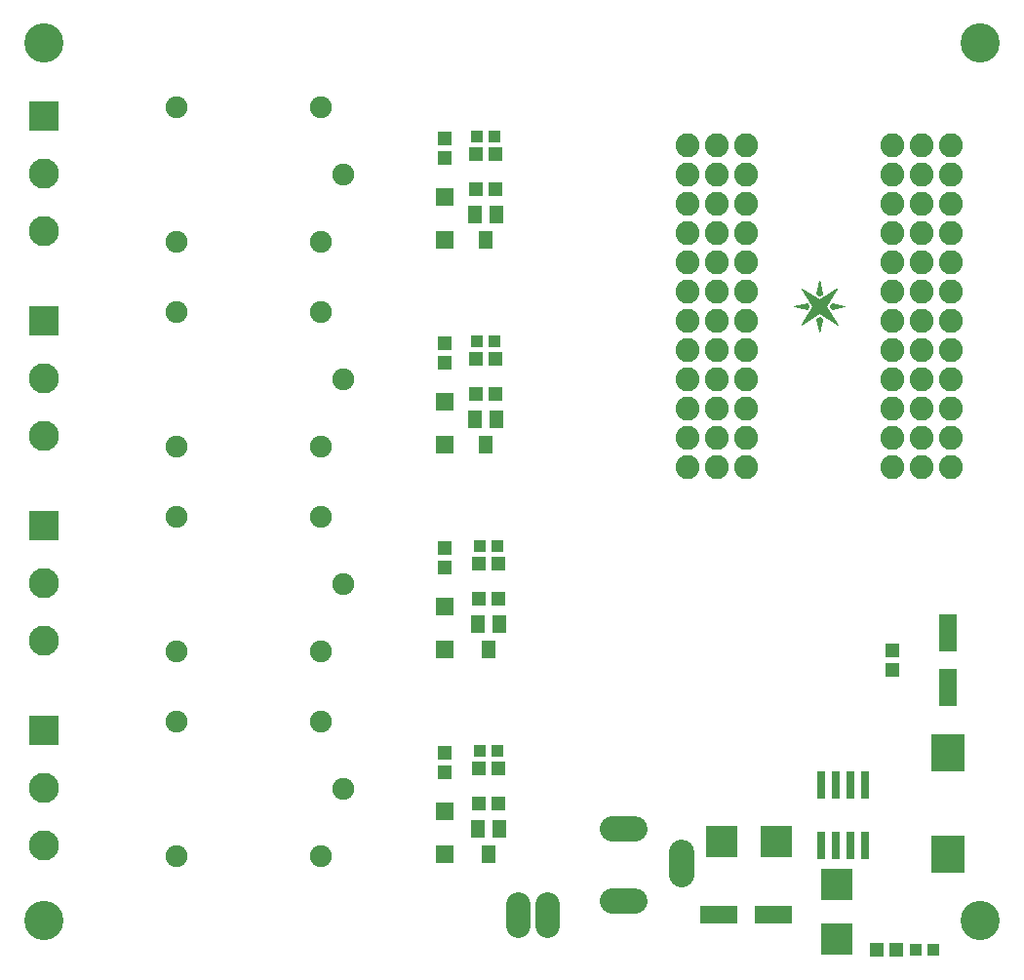
<source format=gts>
G75*
G70*
%OFA0B0*%
%FSLAX24Y24*%
%IPPOS*%
%LPD*%
%AMOC8*
5,1,8,0,0,1.08239X$1,22.5*
%
%ADD10C,0.1340*%
%ADD11C,0.0010*%
%ADD12C,0.0753*%
%ADD13R,0.1030X0.1030*%
%ADD14C,0.1030*%
%ADD15R,0.0395X0.0395*%
%ADD16R,0.0474X0.0513*%
%ADD17R,0.0513X0.0474*%
%ADD18C,0.0820*%
%ADD19C,0.0820*%
%ADD20C,0.0867*%
%ADD21R,0.0474X0.0631*%
%ADD22R,0.0631X0.0631*%
%ADD23R,0.1261X0.0631*%
%ADD24R,0.0631X0.1261*%
%ADD25R,0.1080X0.1080*%
%ADD26R,0.1182X0.1261*%
%ADD27R,0.0316X0.0946*%
D10*
X005833Y006393D03*
X005833Y036393D03*
X037833Y036393D03*
X037833Y006393D03*
D11*
X032333Y026513D02*
X032433Y026953D01*
X032333Y027023D01*
X032233Y026953D01*
X032333Y026513D01*
X032332Y026518D02*
X032334Y026518D01*
X032330Y026526D02*
X032336Y026526D01*
X032338Y026535D02*
X032328Y026535D01*
X032326Y026543D02*
X032340Y026543D01*
X032342Y026552D02*
X032324Y026552D01*
X032322Y026560D02*
X032344Y026560D01*
X032346Y026569D02*
X032320Y026569D01*
X032318Y026577D02*
X032348Y026577D01*
X032349Y026586D02*
X032316Y026586D01*
X032315Y026594D02*
X032351Y026594D01*
X032353Y026603D02*
X032313Y026603D01*
X032311Y026611D02*
X032355Y026611D01*
X032357Y026620D02*
X032309Y026620D01*
X032307Y026628D02*
X032359Y026628D01*
X032361Y026637D02*
X032305Y026637D01*
X032303Y026645D02*
X032363Y026645D01*
X032365Y026654D02*
X032301Y026654D01*
X032299Y026662D02*
X032367Y026662D01*
X032369Y026671D02*
X032297Y026671D01*
X032295Y026679D02*
X032371Y026679D01*
X032373Y026688D02*
X032293Y026688D01*
X032291Y026696D02*
X032375Y026696D01*
X032376Y026705D02*
X032289Y026705D01*
X032287Y026713D02*
X032378Y026713D01*
X032380Y026722D02*
X032286Y026722D01*
X032284Y026730D02*
X032382Y026730D01*
X032384Y026739D02*
X032282Y026739D01*
X032280Y026747D02*
X032386Y026747D01*
X032388Y026756D02*
X032278Y026756D01*
X032276Y026764D02*
X032390Y026764D01*
X032392Y026773D02*
X032274Y026773D01*
X032272Y026781D02*
X032394Y026781D01*
X032396Y026790D02*
X032270Y026790D01*
X032268Y026798D02*
X032398Y026798D01*
X032400Y026807D02*
X032266Y026807D01*
X032264Y026815D02*
X032402Y026815D01*
X032404Y026824D02*
X032262Y026824D01*
X032260Y026832D02*
X032405Y026832D01*
X032407Y026841D02*
X032258Y026841D01*
X032257Y026849D02*
X032409Y026849D01*
X032411Y026858D02*
X032255Y026858D01*
X032253Y026866D02*
X032413Y026866D01*
X032415Y026875D02*
X032251Y026875D01*
X032249Y026883D02*
X032417Y026883D01*
X032419Y026892D02*
X032247Y026892D01*
X032245Y026900D02*
X032421Y026900D01*
X032423Y026909D02*
X032243Y026909D01*
X032241Y026917D02*
X032425Y026917D01*
X032427Y026926D02*
X032239Y026926D01*
X032237Y026934D02*
X032429Y026934D01*
X032431Y026943D02*
X032235Y026943D01*
X032233Y026951D02*
X032433Y026951D01*
X032423Y026960D02*
X032242Y026960D01*
X032255Y026968D02*
X032411Y026968D01*
X032399Y026977D02*
X032267Y026977D01*
X032279Y026985D02*
X032387Y026985D01*
X032375Y026994D02*
X032291Y026994D01*
X032303Y027002D02*
X032363Y027002D01*
X032351Y027011D02*
X032315Y027011D01*
X032327Y027019D02*
X032338Y027019D01*
X032411Y027121D02*
X032726Y027121D01*
X032731Y027113D02*
X032424Y027113D01*
X032437Y027104D02*
X032736Y027104D01*
X032742Y027096D02*
X032450Y027096D01*
X032463Y027087D02*
X032747Y027087D01*
X032753Y027079D02*
X032476Y027079D01*
X032488Y027070D02*
X032758Y027070D01*
X032763Y027062D02*
X032501Y027062D01*
X032514Y027053D02*
X032769Y027053D01*
X032774Y027045D02*
X032527Y027045D01*
X032540Y027036D02*
X032780Y027036D01*
X032785Y027028D02*
X032553Y027028D01*
X032566Y027019D02*
X032790Y027019D01*
X032796Y027011D02*
X032578Y027011D01*
X032591Y027002D02*
X032801Y027002D01*
X032807Y026994D02*
X032604Y026994D01*
X032617Y026985D02*
X032812Y026985D01*
X032817Y026977D02*
X032630Y026977D01*
X032643Y026968D02*
X032823Y026968D01*
X032828Y026960D02*
X032656Y026960D01*
X032668Y026951D02*
X032833Y026951D01*
X032839Y026943D02*
X032681Y026943D01*
X032694Y026934D02*
X032844Y026934D01*
X032850Y026926D02*
X032707Y026926D01*
X032720Y026917D02*
X032855Y026917D01*
X032860Y026909D02*
X032733Y026909D01*
X032746Y026900D02*
X032866Y026900D01*
X032871Y026892D02*
X032758Y026892D01*
X032771Y026883D02*
X032877Y026883D01*
X032882Y026875D02*
X032784Y026875D01*
X032797Y026866D02*
X032887Y026866D01*
X032893Y026858D02*
X032810Y026858D01*
X032823Y026849D02*
X032898Y026849D01*
X032904Y026841D02*
X032836Y026841D01*
X032848Y026832D02*
X032909Y026832D01*
X032914Y026824D02*
X032861Y026824D01*
X032874Y026815D02*
X032920Y026815D01*
X032925Y026807D02*
X032887Y026807D01*
X032900Y026798D02*
X032931Y026798D01*
X032936Y026790D02*
X032913Y026790D01*
X032926Y026781D02*
X032941Y026781D01*
X032938Y026773D02*
X032947Y026773D01*
X032951Y026764D02*
X032952Y026764D01*
X032953Y026763D02*
X032553Y027393D01*
X032933Y028003D01*
X032333Y027613D01*
X031723Y027993D01*
X032103Y027393D01*
X031723Y026773D01*
X032333Y027173D01*
X032953Y026763D01*
X032720Y027130D02*
X032399Y027130D01*
X032386Y027138D02*
X032715Y027138D01*
X032709Y027147D02*
X032373Y027147D01*
X032360Y027155D02*
X032704Y027155D01*
X032699Y027164D02*
X032347Y027164D01*
X032334Y027172D02*
X032693Y027172D01*
X032688Y027181D02*
X031973Y027181D01*
X031978Y027189D02*
X032682Y027189D01*
X032677Y027198D02*
X031983Y027198D01*
X031988Y027206D02*
X032672Y027206D01*
X032666Y027215D02*
X031994Y027215D01*
X031999Y027223D02*
X032661Y027223D01*
X032655Y027232D02*
X032004Y027232D01*
X032009Y027240D02*
X032650Y027240D01*
X032645Y027249D02*
X032014Y027249D01*
X032020Y027257D02*
X032639Y027257D01*
X032634Y027266D02*
X032025Y027266D01*
X032030Y027274D02*
X032628Y027274D01*
X032623Y027283D02*
X032035Y027283D01*
X032041Y027291D02*
X032618Y027291D01*
X032612Y027300D02*
X032046Y027300D01*
X032051Y027308D02*
X032607Y027308D01*
X032601Y027317D02*
X032056Y027317D01*
X032061Y027325D02*
X032596Y027325D01*
X032591Y027334D02*
X032067Y027334D01*
X032072Y027342D02*
X032585Y027342D01*
X032580Y027351D02*
X032077Y027351D01*
X032082Y027359D02*
X032574Y027359D01*
X032569Y027368D02*
X032087Y027368D01*
X032093Y027376D02*
X032564Y027376D01*
X032558Y027385D02*
X032098Y027385D01*
X032103Y027393D02*
X032553Y027393D01*
X032558Y027402D02*
X032097Y027402D01*
X032092Y027410D02*
X032564Y027410D01*
X032569Y027419D02*
X032087Y027419D01*
X032081Y027427D02*
X032574Y027427D01*
X032580Y027436D02*
X032076Y027436D01*
X032071Y027444D02*
X032585Y027444D01*
X032590Y027453D02*
X032065Y027453D01*
X032060Y027461D02*
X032595Y027461D01*
X032601Y027470D02*
X032054Y027470D01*
X032049Y027478D02*
X032606Y027478D01*
X032611Y027487D02*
X032044Y027487D01*
X032038Y027495D02*
X032617Y027495D01*
X032622Y027504D02*
X032033Y027504D01*
X032027Y027512D02*
X032627Y027512D01*
X032632Y027521D02*
X032022Y027521D01*
X032017Y027529D02*
X032638Y027529D01*
X032643Y027538D02*
X032011Y027538D01*
X032006Y027546D02*
X032648Y027546D01*
X032654Y027555D02*
X032001Y027555D01*
X031995Y027563D02*
X032659Y027563D01*
X032664Y027572D02*
X031990Y027572D01*
X031984Y027580D02*
X032670Y027580D01*
X032675Y027589D02*
X031979Y027589D01*
X031974Y027597D02*
X032680Y027597D01*
X032685Y027606D02*
X031968Y027606D01*
X031963Y027614D02*
X032331Y027614D01*
X032335Y027614D02*
X032691Y027614D01*
X032696Y027623D02*
X032348Y027623D01*
X032361Y027631D02*
X032701Y027631D01*
X032707Y027640D02*
X032374Y027640D01*
X032387Y027648D02*
X032712Y027648D01*
X032717Y027657D02*
X032400Y027657D01*
X032413Y027665D02*
X032722Y027665D01*
X032728Y027674D02*
X032426Y027674D01*
X032439Y027682D02*
X032733Y027682D01*
X032738Y027691D02*
X032452Y027691D01*
X032465Y027699D02*
X032744Y027699D01*
X032749Y027708D02*
X032479Y027708D01*
X032492Y027716D02*
X032754Y027716D01*
X032760Y027725D02*
X032505Y027725D01*
X032518Y027733D02*
X032765Y027733D01*
X032770Y027742D02*
X032531Y027742D01*
X032544Y027750D02*
X032775Y027750D01*
X032781Y027759D02*
X032557Y027759D01*
X032570Y027767D02*
X032786Y027767D01*
X032791Y027776D02*
X032583Y027776D01*
X032596Y027784D02*
X032797Y027784D01*
X032802Y027793D02*
X032609Y027793D01*
X032622Y027801D02*
X032807Y027801D01*
X032813Y027810D02*
X032635Y027810D01*
X032649Y027818D02*
X032818Y027818D01*
X032823Y027827D02*
X032662Y027827D01*
X032675Y027835D02*
X032828Y027835D01*
X032834Y027844D02*
X032688Y027844D01*
X032701Y027852D02*
X032839Y027852D01*
X032844Y027861D02*
X032714Y027861D01*
X032727Y027869D02*
X032850Y027869D01*
X032855Y027878D02*
X032740Y027878D01*
X032753Y027886D02*
X032860Y027886D01*
X032865Y027895D02*
X032766Y027895D01*
X032779Y027903D02*
X032871Y027903D01*
X032876Y027912D02*
X032792Y027912D01*
X032806Y027920D02*
X032881Y027920D01*
X032887Y027929D02*
X032819Y027929D01*
X032832Y027937D02*
X032892Y027937D01*
X032897Y027946D02*
X032845Y027946D01*
X032858Y027954D02*
X032903Y027954D01*
X032908Y027963D02*
X032871Y027963D01*
X032884Y027971D02*
X032913Y027971D01*
X032918Y027980D02*
X032897Y027980D01*
X032910Y027988D02*
X032924Y027988D01*
X032923Y027997D02*
X032929Y027997D01*
X032417Y027886D02*
X032249Y027886D01*
X032247Y027878D02*
X032419Y027878D01*
X032421Y027869D02*
X032245Y027869D01*
X032243Y027861D02*
X032423Y027861D01*
X032424Y027852D02*
X032241Y027852D01*
X032240Y027844D02*
X032426Y027844D01*
X032428Y027835D02*
X032238Y027835D01*
X032236Y027827D02*
X032430Y027827D01*
X032432Y027818D02*
X032234Y027818D01*
X032233Y027813D02*
X032333Y027753D01*
X032433Y027813D01*
X032333Y028273D01*
X032233Y027813D01*
X032239Y027810D02*
X032427Y027810D01*
X032413Y027801D02*
X032253Y027801D01*
X032267Y027793D02*
X032399Y027793D01*
X032385Y027784D02*
X032281Y027784D01*
X032295Y027776D02*
X032371Y027776D01*
X032357Y027767D02*
X032309Y027767D01*
X032324Y027759D02*
X032342Y027759D01*
X032277Y027648D02*
X031941Y027648D01*
X031947Y027640D02*
X032290Y027640D01*
X032304Y027631D02*
X031952Y027631D01*
X031957Y027623D02*
X032317Y027623D01*
X032263Y027657D02*
X031936Y027657D01*
X031931Y027665D02*
X032249Y027665D01*
X032236Y027674D02*
X031925Y027674D01*
X031920Y027682D02*
X032222Y027682D01*
X032208Y027691D02*
X031914Y027691D01*
X031909Y027699D02*
X032195Y027699D01*
X032181Y027708D02*
X031904Y027708D01*
X031898Y027716D02*
X032167Y027716D01*
X032154Y027725D02*
X031893Y027725D01*
X031888Y027733D02*
X032140Y027733D01*
X032126Y027742D02*
X031882Y027742D01*
X031877Y027750D02*
X032113Y027750D01*
X032099Y027759D02*
X031871Y027759D01*
X031866Y027767D02*
X032085Y027767D01*
X032072Y027776D02*
X031861Y027776D01*
X031855Y027784D02*
X032058Y027784D01*
X032045Y027793D02*
X031850Y027793D01*
X031844Y027801D02*
X032031Y027801D01*
X032017Y027810D02*
X031839Y027810D01*
X031834Y027818D02*
X032004Y027818D01*
X031990Y027827D02*
X031828Y027827D01*
X031823Y027835D02*
X031976Y027835D01*
X031963Y027844D02*
X031818Y027844D01*
X031812Y027852D02*
X031949Y027852D01*
X031935Y027861D02*
X031807Y027861D01*
X031801Y027869D02*
X031922Y027869D01*
X031908Y027878D02*
X031796Y027878D01*
X031791Y027886D02*
X031894Y027886D01*
X031881Y027895D02*
X031785Y027895D01*
X031780Y027903D02*
X031867Y027903D01*
X031854Y027912D02*
X031774Y027912D01*
X031769Y027920D02*
X031840Y027920D01*
X031826Y027929D02*
X031764Y027929D01*
X031758Y027937D02*
X031813Y027937D01*
X031799Y027946D02*
X031753Y027946D01*
X031748Y027954D02*
X031785Y027954D01*
X031772Y027963D02*
X031742Y027963D01*
X031737Y027971D02*
X031758Y027971D01*
X031744Y027980D02*
X031731Y027980D01*
X031731Y027988D02*
X031726Y027988D01*
X032251Y027895D02*
X032415Y027895D01*
X032413Y027903D02*
X032253Y027903D01*
X032254Y027912D02*
X032411Y027912D01*
X032410Y027920D02*
X032256Y027920D01*
X032258Y027929D02*
X032408Y027929D01*
X032406Y027937D02*
X032260Y027937D01*
X032262Y027946D02*
X032404Y027946D01*
X032402Y027954D02*
X032264Y027954D01*
X032265Y027963D02*
X032400Y027963D01*
X032399Y027971D02*
X032267Y027971D01*
X032269Y027980D02*
X032397Y027980D01*
X032395Y027988D02*
X032271Y027988D01*
X032273Y027997D02*
X032393Y027997D01*
X032391Y028005D02*
X032275Y028005D01*
X032277Y028014D02*
X032389Y028014D01*
X032387Y028022D02*
X032278Y028022D01*
X032280Y028031D02*
X032386Y028031D01*
X032384Y028039D02*
X032282Y028039D01*
X032284Y028048D02*
X032382Y028048D01*
X032380Y028056D02*
X032286Y028056D01*
X032288Y028065D02*
X032378Y028065D01*
X032376Y028073D02*
X032289Y028073D01*
X032291Y028082D02*
X032375Y028082D01*
X032373Y028090D02*
X032293Y028090D01*
X032295Y028099D02*
X032371Y028099D01*
X032369Y028107D02*
X032297Y028107D01*
X032299Y028116D02*
X032367Y028116D01*
X032365Y028124D02*
X032301Y028124D01*
X032302Y028133D02*
X032363Y028133D01*
X032362Y028141D02*
X032304Y028141D01*
X032306Y028150D02*
X032360Y028150D01*
X032358Y028158D02*
X032308Y028158D01*
X032310Y028167D02*
X032356Y028167D01*
X032354Y028175D02*
X032312Y028175D01*
X032314Y028184D02*
X032352Y028184D01*
X032351Y028192D02*
X032315Y028192D01*
X032317Y028201D02*
X032349Y028201D01*
X032347Y028209D02*
X032319Y028209D01*
X032321Y028218D02*
X032345Y028218D01*
X032343Y028226D02*
X032323Y028226D01*
X032325Y028235D02*
X032341Y028235D01*
X032339Y028243D02*
X032326Y028243D01*
X032328Y028252D02*
X032338Y028252D01*
X032336Y028260D02*
X032330Y028260D01*
X032332Y028269D02*
X032334Y028269D01*
X032753Y027483D02*
X033193Y027393D01*
X032753Y027303D01*
X032693Y027393D01*
X032753Y027483D01*
X032750Y027478D02*
X032777Y027478D01*
X032744Y027470D02*
X032818Y027470D01*
X032860Y027461D02*
X032738Y027461D01*
X032733Y027453D02*
X032901Y027453D01*
X032943Y027444D02*
X032727Y027444D01*
X032721Y027436D02*
X032984Y027436D01*
X033026Y027427D02*
X032716Y027427D01*
X032710Y027419D02*
X033068Y027419D01*
X033109Y027410D02*
X032704Y027410D01*
X032699Y027402D02*
X033151Y027402D01*
X033152Y027385D02*
X032699Y027385D01*
X032704Y027376D02*
X033111Y027376D01*
X033069Y027368D02*
X032710Y027368D01*
X032716Y027359D02*
X033027Y027359D01*
X032986Y027351D02*
X032721Y027351D01*
X032727Y027342D02*
X032944Y027342D01*
X032903Y027334D02*
X032733Y027334D01*
X032738Y027325D02*
X032861Y027325D01*
X032820Y027317D02*
X032744Y027317D01*
X032750Y027308D02*
X032778Y027308D01*
X032693Y027393D02*
X033192Y027393D01*
X032332Y027172D02*
X031968Y027172D01*
X031962Y027164D02*
X032319Y027164D01*
X032306Y027155D02*
X031957Y027155D01*
X031952Y027147D02*
X032293Y027147D01*
X032280Y027138D02*
X031947Y027138D01*
X031942Y027130D02*
X032267Y027130D01*
X032254Y027121D02*
X031936Y027121D01*
X031931Y027113D02*
X032241Y027113D01*
X032228Y027104D02*
X031926Y027104D01*
X031921Y027096D02*
X032215Y027096D01*
X032202Y027087D02*
X031915Y027087D01*
X031910Y027079D02*
X032189Y027079D01*
X032176Y027070D02*
X031905Y027070D01*
X031900Y027062D02*
X032163Y027062D01*
X032150Y027053D02*
X031895Y027053D01*
X031889Y027045D02*
X032137Y027045D01*
X032124Y027036D02*
X031884Y027036D01*
X031879Y027028D02*
X032111Y027028D01*
X032098Y027019D02*
X031874Y027019D01*
X031869Y027011D02*
X032085Y027011D01*
X032072Y027002D02*
X031863Y027002D01*
X031858Y026994D02*
X032059Y026994D01*
X032046Y026985D02*
X031853Y026985D01*
X031848Y026977D02*
X032033Y026977D01*
X032021Y026968D02*
X031843Y026968D01*
X031837Y026960D02*
X032008Y026960D01*
X031995Y026951D02*
X031832Y026951D01*
X031827Y026943D02*
X031982Y026943D01*
X031969Y026934D02*
X031822Y026934D01*
X031816Y026926D02*
X031956Y026926D01*
X031943Y026917D02*
X031811Y026917D01*
X031806Y026909D02*
X031930Y026909D01*
X031917Y026900D02*
X031801Y026900D01*
X031796Y026892D02*
X031904Y026892D01*
X031891Y026883D02*
X031790Y026883D01*
X031785Y026875D02*
X031878Y026875D01*
X031865Y026866D02*
X031780Y026866D01*
X031775Y026858D02*
X031852Y026858D01*
X031839Y026849D02*
X031770Y026849D01*
X031764Y026841D02*
X031826Y026841D01*
X031813Y026832D02*
X031759Y026832D01*
X031754Y026824D02*
X031800Y026824D01*
X031787Y026815D02*
X031749Y026815D01*
X031744Y026807D02*
X031774Y026807D01*
X031761Y026798D02*
X031738Y026798D01*
X031733Y026790D02*
X031748Y026790D01*
X031735Y026781D02*
X031728Y026781D01*
X031843Y027317D02*
X031922Y027317D01*
X031928Y027325D02*
X031800Y027325D01*
X031756Y027334D02*
X031933Y027334D01*
X031939Y027342D02*
X031713Y027342D01*
X031669Y027351D02*
X031945Y027351D01*
X031950Y027359D02*
X031626Y027359D01*
X031583Y027368D02*
X031956Y027368D01*
X031962Y027376D02*
X031539Y027376D01*
X031541Y027410D02*
X031962Y027410D01*
X031967Y027402D02*
X031497Y027402D01*
X031496Y027385D02*
X031967Y027385D01*
X031973Y027393D02*
X031913Y027483D01*
X031453Y027393D01*
X031913Y027303D01*
X031973Y027393D01*
X031454Y027393D01*
X031584Y027419D02*
X031956Y027419D01*
X031950Y027427D02*
X031627Y027427D01*
X031671Y027436D02*
X031945Y027436D01*
X031939Y027444D02*
X031714Y027444D01*
X031758Y027453D02*
X031933Y027453D01*
X031928Y027461D02*
X031801Y027461D01*
X031845Y027470D02*
X031922Y027470D01*
X031916Y027478D02*
X031888Y027478D01*
X031887Y027308D02*
X031916Y027308D01*
D12*
X016071Y024893D03*
X015303Y022580D03*
X015303Y020206D03*
X016071Y017893D03*
X015303Y015580D03*
X015303Y013206D03*
X016071Y010893D03*
X015303Y008580D03*
X010362Y008580D03*
X010362Y013206D03*
X010362Y015580D03*
X010362Y020206D03*
X010362Y022580D03*
X010362Y027206D03*
X010362Y029580D03*
X010362Y034206D03*
X015303Y034206D03*
X016071Y031893D03*
X015303Y029580D03*
X015303Y027206D03*
D13*
X005833Y026893D03*
X005833Y019893D03*
X005833Y012893D03*
X005833Y033893D03*
D14*
X005833Y031925D03*
X005833Y029956D03*
X005833Y024925D03*
X005833Y022956D03*
X005833Y017925D03*
X005833Y015956D03*
X005833Y010925D03*
X005833Y008956D03*
D15*
X020738Y012193D03*
X021328Y012193D03*
X021328Y019193D03*
X020738Y019193D03*
X020638Y026193D03*
X021228Y026193D03*
X021228Y033193D03*
X020638Y033193D03*
X035638Y005393D03*
X036228Y005393D03*
D16*
X034833Y014959D03*
X034833Y015628D03*
X019533Y018459D03*
X019533Y019128D03*
X019533Y025459D03*
X019533Y026128D03*
X019533Y032459D03*
X019533Y033128D03*
X019533Y012128D03*
X019533Y011459D03*
D17*
X020698Y011593D03*
X021368Y011593D03*
X021368Y010393D03*
X020698Y010393D03*
X020698Y017393D03*
X021368Y017393D03*
X021368Y018593D03*
X020698Y018593D03*
X020598Y024393D03*
X021268Y024393D03*
X021268Y025593D03*
X020598Y025593D03*
X020598Y031393D03*
X021268Y031393D03*
X021268Y032593D03*
X020598Y032593D03*
X034298Y005393D03*
X034968Y005393D03*
D18*
X034833Y021893D03*
X035833Y021893D03*
X035833Y022893D03*
X034833Y022893D03*
X034833Y023893D03*
X035833Y023893D03*
X035833Y024893D03*
X034833Y024893D03*
X034833Y025893D03*
X035833Y025893D03*
X035833Y026893D03*
X034833Y026893D03*
X034833Y027893D03*
X035833Y027893D03*
X036833Y027893D03*
X036833Y026893D03*
X036833Y025893D03*
X036833Y024893D03*
X036833Y023893D03*
X036833Y022893D03*
X036833Y021893D03*
X029833Y021893D03*
X028833Y021893D03*
X027833Y021893D03*
X027833Y022893D03*
X028833Y022893D03*
X029833Y022893D03*
X029833Y023893D03*
X028833Y023893D03*
X027833Y023893D03*
X027833Y024893D03*
X028833Y024893D03*
X029833Y024893D03*
X029833Y025893D03*
X028833Y025893D03*
X027833Y025893D03*
X027833Y026893D03*
X028833Y026893D03*
X029833Y026893D03*
X029833Y027893D03*
X028833Y027893D03*
X027833Y027893D03*
X027833Y028893D03*
X028833Y028893D03*
X029833Y028893D03*
X029833Y029893D03*
X028833Y029893D03*
X027833Y029893D03*
X027833Y030893D03*
X028833Y030893D03*
X029833Y030893D03*
X029833Y031893D03*
X028833Y031893D03*
X027833Y031893D03*
X027833Y032893D03*
X028833Y032893D03*
X029833Y032893D03*
X034833Y032893D03*
X034833Y031893D03*
X034833Y030893D03*
X035833Y030893D03*
X035833Y031893D03*
X035833Y032893D03*
X036833Y032893D03*
X036833Y031893D03*
X036833Y030893D03*
X036833Y029893D03*
X036833Y028893D03*
X035833Y028893D03*
X034833Y028893D03*
X034833Y029893D03*
X035833Y029893D03*
D19*
X023033Y006963D02*
X023033Y006223D01*
X022033Y006223D02*
X022033Y006963D01*
D20*
X025255Y007046D02*
X026042Y007046D01*
X027617Y007952D02*
X027617Y008739D01*
X026042Y009526D02*
X025255Y009526D01*
D21*
X021407Y009526D03*
X020659Y009526D03*
X021033Y008660D03*
X021033Y015660D03*
X021407Y016526D03*
X020659Y016526D03*
X020933Y022660D03*
X021307Y023526D03*
X020559Y023526D03*
X020933Y029660D03*
X021307Y030526D03*
X020559Y030526D03*
D22*
X019533Y031141D03*
X019533Y029645D03*
X019533Y024141D03*
X019533Y022645D03*
X019533Y017141D03*
X019533Y015645D03*
X019533Y010141D03*
X019533Y008645D03*
D23*
X028888Y006593D03*
X030778Y006593D03*
D24*
X036733Y014348D03*
X036733Y016238D03*
D25*
X030858Y009093D03*
X029008Y009093D03*
X032933Y007618D03*
X032933Y005768D03*
D26*
X036733Y008661D03*
X036733Y012126D03*
D27*
X033883Y011017D03*
X033383Y011017D03*
X032883Y011017D03*
X032383Y011017D03*
X032383Y008970D03*
X032883Y008970D03*
X033383Y008970D03*
X033883Y008970D03*
M02*

</source>
